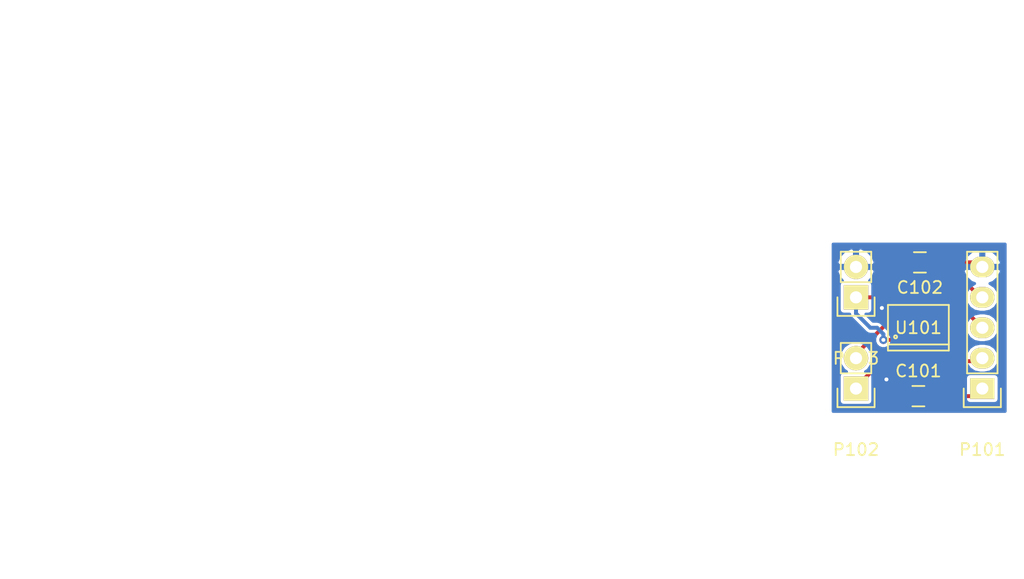
<source format=kicad_pcb>
(kicad_pcb (version 4) (host pcbnew 4.0.2+e4-6225~38~ubuntu16.04.1-stable)

  (general
    (links 13)
    (no_connects 13)
    (area 0 0 0 0)
    (thickness 1.6)
    (drawings 17)
    (tracks 42)
    (zones 0)
    (modules 6)
    (nets 9)
  )

  (page A4)
  (title_block
    (title "Project Title")
  )

  (layers
    (0 F.Cu signal)
    (31 B.Cu signal)
    (34 B.Paste user)
    (35 F.Paste user)
    (36 B.SilkS user)
    (37 F.SilkS user)
    (38 B.Mask user)
    (39 F.Mask user)
    (44 Edge.Cuts user)
    (46 B.CrtYd user)
    (47 F.CrtYd user)
    (48 B.Fab user)
    (49 F.Fab user)
  )

  (setup
    (last_trace_width 0.3302)
    (user_trace_width 0.1524)
    (user_trace_width 0.254)
    (user_trace_width 0.3302)
    (user_trace_width 0.508)
    (user_trace_width 0.762)
    (user_trace_width 1.27)
    (trace_clearance 0.254)
    (zone_clearance 0.1524)
    (zone_45_only no)
    (trace_min 0.1524)
    (segment_width 0.2)
    (edge_width 0.15)
    (via_size 0.6858)
    (via_drill 0.3302)
    (via_min_size 0.6858)
    (via_min_drill 0.3302)
    (user_via 0.6858 0.3302)
    (user_via 0.762 0.4064)
    (user_via 0.8636 0.508)
    (uvia_size 0.6858)
    (uvia_drill 0.3302)
    (uvias_allowed no)
    (uvia_min_size 0)
    (uvia_min_drill 0)
    (pcb_text_width 0.3)
    (pcb_text_size 1.5 1.5)
    (mod_edge_width 0.15)
    (mod_text_size 1 1)
    (mod_text_width 0.15)
    (pad_size 1.524 1.524)
    (pad_drill 0.762)
    (pad_to_mask_clearance 0.2)
    (aux_axis_origin 0 0)
    (visible_elements FFFEDF7D)
    (pcbplotparams
      (layerselection 0x000fc_80000001)
      (usegerberextensions true)
      (excludeedgelayer true)
      (linewidth 0.100000)
      (plotframeref false)
      (viasonmask false)
      (mode 1)
      (useauxorigin false)
      (hpglpennumber 1)
      (hpglpenspeed 20)
      (hpglpendiameter 15)
      (hpglpenoverlay 2)
      (psnegative false)
      (psa4output false)
      (plotreference true)
      (plotvalue true)
      (plotinvisibletext false)
      (padsonsilk false)
      (subtractmaskfromsilk false)
      (outputformat 1)
      (mirror false)
      (drillshape 0)
      (scaleselection 1)
      (outputdirectory ""))
  )

  (net 0 "")
  (net 1 GND)
  (net 2 Vdd)
  (net 3 "Net-(C102-Pad2)")
  (net 4 "Net-(P101-Pad2)")
  (net 5 "Net-(P101-Pad3)")
  (net 6 "Net-(P102-Pad1)")
  (net 7 "Net-(P102-Pad2)")
  (net 8 "Net-(P101-Pad4)")

  (net_class Default "This is the default net class."
    (clearance 0.254)
    (trace_width 0.254)
    (via_dia 0.6858)
    (via_drill 0.3302)
    (uvia_dia 0.6858)
    (uvia_drill 0.3302)
    (add_net GND)
    (add_net "Net-(C102-Pad2)")
    (add_net "Net-(P101-Pad2)")
    (add_net "Net-(P101-Pad3)")
    (add_net "Net-(P101-Pad4)")
    (add_net "Net-(P102-Pad1)")
    (add_net "Net-(P102-Pad2)")
    (add_net Vdd)
  )

  (module Capacitors_SMD:C_0805_HandSoldering (layer F.Cu) (tedit 541A9B8D) (tstamp 57A53EA0)
    (at 181.229 107.95)
    (descr "Capacitor SMD 0805, hand soldering")
    (tags "capacitor 0805")
    (path /57A553D3)
    (attr smd)
    (fp_text reference C101 (at 0 -2.1) (layer F.SilkS)
      (effects (font (size 1 1) (thickness 0.15)))
    )
    (fp_text value 1uf (at 0 2.1) (layer F.Fab)
      (effects (font (size 1 1) (thickness 0.15)))
    )
    (fp_line (start -2.3 -1) (end 2.3 -1) (layer F.CrtYd) (width 0.05))
    (fp_line (start -2.3 1) (end 2.3 1) (layer F.CrtYd) (width 0.05))
    (fp_line (start -2.3 -1) (end -2.3 1) (layer F.CrtYd) (width 0.05))
    (fp_line (start 2.3 -1) (end 2.3 1) (layer F.CrtYd) (width 0.05))
    (fp_line (start 0.5 -0.85) (end -0.5 -0.85) (layer F.SilkS) (width 0.15))
    (fp_line (start -0.5 0.85) (end 0.5 0.85) (layer F.SilkS) (width 0.15))
    (pad 1 smd rect (at -1.25 0) (size 1.5 1.25) (layers F.Cu F.Paste F.Mask)
      (net 1 GND))
    (pad 2 smd rect (at 1.25 0) (size 1.5 1.25) (layers F.Cu F.Paste F.Mask)
      (net 2 Vdd))
    (model Capacitors_SMD.3dshapes/C_0805_HandSoldering.wrl
      (at (xyz 0 0 0))
      (scale (xyz 1 1 1))
      (rotate (xyz 0 0 0))
    )
  )

  (module Capacitors_SMD:C_0805_HandSoldering (layer F.Cu) (tedit 541A9B8D) (tstamp 57A53EA6)
    (at 181.356 96.774 180)
    (descr "Capacitor SMD 0805, hand soldering")
    (tags "capacitor 0805")
    (path /57A54758)
    (attr smd)
    (fp_text reference C102 (at 0 -2.1 180) (layer F.SilkS)
      (effects (font (size 1 1) (thickness 0.15)))
    )
    (fp_text value 10uf (at 0 2.1 180) (layer F.Fab)
      (effects (font (size 1 1) (thickness 0.15)))
    )
    (fp_line (start -2.3 -1) (end 2.3 -1) (layer F.CrtYd) (width 0.05))
    (fp_line (start -2.3 1) (end 2.3 1) (layer F.CrtYd) (width 0.05))
    (fp_line (start -2.3 -1) (end -2.3 1) (layer F.CrtYd) (width 0.05))
    (fp_line (start 2.3 -1) (end 2.3 1) (layer F.CrtYd) (width 0.05))
    (fp_line (start 0.5 -0.85) (end -0.5 -0.85) (layer F.SilkS) (width 0.15))
    (fp_line (start -0.5 0.85) (end 0.5 0.85) (layer F.SilkS) (width 0.15))
    (pad 1 smd rect (at -1.25 0 180) (size 1.5 1.25) (layers F.Cu F.Paste F.Mask)
      (net 1 GND))
    (pad 2 smd rect (at 1.25 0 180) (size 1.5 1.25) (layers F.Cu F.Paste F.Mask)
      (net 3 "Net-(C102-Pad2)"))
    (model Capacitors_SMD.3dshapes/C_0805_HandSoldering.wrl
      (at (xyz 0 0 0))
      (scale (xyz 1 1 1))
      (rotate (xyz 0 0 0))
    )
  )

  (module Pin_Headers:Pin_Header_Straight_1x05 (layer F.Cu) (tedit 54EA0684) (tstamp 57A53EEB)
    (at 186.563 107.315 180)
    (descr "Through hole pin header")
    (tags "pin header")
    (path /57A54327)
    (fp_text reference P101 (at 0 -5.1 180) (layer F.SilkS)
      (effects (font (size 1 1) (thickness 0.15)))
    )
    (fp_text value CONTROL (at 0 -3.1 180) (layer F.Fab)
      (effects (font (size 1 1) (thickness 0.15)))
    )
    (fp_line (start -1.55 0) (end -1.55 -1.55) (layer F.SilkS) (width 0.15))
    (fp_line (start -1.55 -1.55) (end 1.55 -1.55) (layer F.SilkS) (width 0.15))
    (fp_line (start 1.55 -1.55) (end 1.55 0) (layer F.SilkS) (width 0.15))
    (fp_line (start -1.75 -1.75) (end -1.75 11.95) (layer F.CrtYd) (width 0.05))
    (fp_line (start 1.75 -1.75) (end 1.75 11.95) (layer F.CrtYd) (width 0.05))
    (fp_line (start -1.75 -1.75) (end 1.75 -1.75) (layer F.CrtYd) (width 0.05))
    (fp_line (start -1.75 11.95) (end 1.75 11.95) (layer F.CrtYd) (width 0.05))
    (fp_line (start 1.27 1.27) (end 1.27 11.43) (layer F.SilkS) (width 0.15))
    (fp_line (start 1.27 11.43) (end -1.27 11.43) (layer F.SilkS) (width 0.15))
    (fp_line (start -1.27 11.43) (end -1.27 1.27) (layer F.SilkS) (width 0.15))
    (fp_line (start 1.27 1.27) (end -1.27 1.27) (layer F.SilkS) (width 0.15))
    (pad 1 thru_hole rect (at 0 0 180) (size 2.032 1.7272) (drill 1.016) (layers *.Cu *.Mask F.SilkS)
      (net 2 Vdd))
    (pad 2 thru_hole oval (at 0 2.54 180) (size 2.032 1.7272) (drill 1.016) (layers *.Cu *.Mask F.SilkS)
      (net 4 "Net-(P101-Pad2)"))
    (pad 3 thru_hole oval (at 0 5.08 180) (size 2.032 1.7272) (drill 1.016) (layers *.Cu *.Mask F.SilkS)
      (net 5 "Net-(P101-Pad3)"))
    (pad 4 thru_hole oval (at 0 7.62 180) (size 2.032 1.7272) (drill 1.016) (layers *.Cu *.Mask F.SilkS)
      (net 8 "Net-(P101-Pad4)"))
    (pad 5 thru_hole oval (at 0 10.16 180) (size 2.032 1.7272) (drill 1.016) (layers *.Cu *.Mask F.SilkS)
      (net 1 GND))
    (model Pin_Headers.3dshapes/Pin_Header_Straight_1x05.wrl
      (at (xyz 0 -0.2 0))
      (scale (xyz 1 1 1))
      (rotate (xyz 0 0 90))
    )
  )

  (module Pin_Headers:Pin_Header_Straight_1x02 (layer F.Cu) (tedit 54EA090C) (tstamp 57A53EF1)
    (at 176.022 107.315 180)
    (descr "Through hole pin header")
    (tags "pin header")
    (path /57A5444B)
    (fp_text reference P102 (at 0 -5.1 180) (layer F.SilkS)
      (effects (font (size 1 1) (thickness 0.15)))
    )
    (fp_text value MOT (at 0 -3.1 180) (layer F.Fab)
      (effects (font (size 1 1) (thickness 0.15)))
    )
    (fp_line (start 1.27 1.27) (end 1.27 3.81) (layer F.SilkS) (width 0.15))
    (fp_line (start 1.55 -1.55) (end 1.55 0) (layer F.SilkS) (width 0.15))
    (fp_line (start -1.75 -1.75) (end -1.75 4.3) (layer F.CrtYd) (width 0.05))
    (fp_line (start 1.75 -1.75) (end 1.75 4.3) (layer F.CrtYd) (width 0.05))
    (fp_line (start -1.75 -1.75) (end 1.75 -1.75) (layer F.CrtYd) (width 0.05))
    (fp_line (start -1.75 4.3) (end 1.75 4.3) (layer F.CrtYd) (width 0.05))
    (fp_line (start 1.27 1.27) (end -1.27 1.27) (layer F.SilkS) (width 0.15))
    (fp_line (start -1.55 0) (end -1.55 -1.55) (layer F.SilkS) (width 0.15))
    (fp_line (start -1.55 -1.55) (end 1.55 -1.55) (layer F.SilkS) (width 0.15))
    (fp_line (start -1.27 1.27) (end -1.27 3.81) (layer F.SilkS) (width 0.15))
    (fp_line (start -1.27 3.81) (end 1.27 3.81) (layer F.SilkS) (width 0.15))
    (pad 1 thru_hole rect (at 0 0 180) (size 2.032 2.032) (drill 1.016) (layers *.Cu *.Mask F.SilkS)
      (net 6 "Net-(P102-Pad1)"))
    (pad 2 thru_hole oval (at 0 2.54 180) (size 2.032 2.032) (drill 1.016) (layers *.Cu *.Mask F.SilkS)
      (net 7 "Net-(P102-Pad2)"))
    (model Pin_Headers.3dshapes/Pin_Header_Straight_1x02.wrl
      (at (xyz 0 -0.05 0))
      (scale (xyz 1 1 1))
      (rotate (xyz 0 0 90))
    )
  )

  (module Pin_Headers:Pin_Header_Straight_1x02 (layer F.Cu) (tedit 54EA090C) (tstamp 57A53EF7)
    (at 176.022 99.695 180)
    (descr "Through hole pin header")
    (tags "pin header")
    (path /57A543BC)
    (fp_text reference P103 (at 0 -5.1 360) (layer F.SilkS)
      (effects (font (size 1 1) (thickness 0.15)))
    )
    (fp_text value Vm (at 0 -3.1 180) (layer F.Fab)
      (effects (font (size 1 1) (thickness 0.15)))
    )
    (fp_line (start 1.27 1.27) (end 1.27 3.81) (layer F.SilkS) (width 0.15))
    (fp_line (start 1.55 -1.55) (end 1.55 0) (layer F.SilkS) (width 0.15))
    (fp_line (start -1.75 -1.75) (end -1.75 4.3) (layer F.CrtYd) (width 0.05))
    (fp_line (start 1.75 -1.75) (end 1.75 4.3) (layer F.CrtYd) (width 0.05))
    (fp_line (start -1.75 -1.75) (end 1.75 -1.75) (layer F.CrtYd) (width 0.05))
    (fp_line (start -1.75 4.3) (end 1.75 4.3) (layer F.CrtYd) (width 0.05))
    (fp_line (start 1.27 1.27) (end -1.27 1.27) (layer F.SilkS) (width 0.15))
    (fp_line (start -1.55 0) (end -1.55 -1.55) (layer F.SilkS) (width 0.15))
    (fp_line (start -1.55 -1.55) (end 1.55 -1.55) (layer F.SilkS) (width 0.15))
    (fp_line (start -1.27 1.27) (end -1.27 3.81) (layer F.SilkS) (width 0.15))
    (fp_line (start -1.27 3.81) (end 1.27 3.81) (layer F.SilkS) (width 0.15))
    (pad 1 thru_hole rect (at 0 0 180) (size 2.032 2.032) (drill 1.016) (layers *.Cu *.Mask F.SilkS)
      (net 3 "Net-(C102-Pad2)"))
    (pad 2 thru_hole oval (at 0 2.54 180) (size 2.032 2.032) (drill 1.016) (layers *.Cu *.Mask F.SilkS)
      (net 1 GND))
    (model Pin_Headers.3dshapes/Pin_Header_Straight_1x02.wrl
      (at (xyz 0 -0.05 0))
      (scale (xyz 1 1 1))
      (rotate (xyz 0 0 90))
    )
  )

  (module Power_Integrations:SO-8 (layer F.Cu) (tedit 0) (tstamp 57A53F03)
    (at 181.229 102.235)
    (descr "SO-8 Surface Mount Small Outline 150mil 8pin Package")
    (tags "Power Integrations D Package")
    (path /57A53EF4)
    (fp_text reference U101 (at 0 0) (layer F.SilkS)
      (effects (font (size 1 1) (thickness 0.15)))
    )
    (fp_text value ZXBM5210 (at 0 0) (layer F.Fab)
      (effects (font (size 1 1) (thickness 0.15)))
    )
    (fp_circle (center -1.905 0.762) (end -1.778 0.762) (layer F.SilkS) (width 0.15))
    (fp_line (start -2.54 1.397) (end 2.54 1.397) (layer F.SilkS) (width 0.15))
    (fp_line (start -2.54 -1.905) (end 2.54 -1.905) (layer F.SilkS) (width 0.15))
    (fp_line (start -2.54 1.905) (end 2.54 1.905) (layer F.SilkS) (width 0.15))
    (fp_line (start -2.54 1.905) (end -2.54 -1.905) (layer F.SilkS) (width 0.15))
    (fp_line (start 2.54 1.905) (end 2.54 -1.905) (layer F.SilkS) (width 0.15))
    (pad 1 smd oval (at -1.905 2.794) (size 0.6096 1.4732) (layers F.Cu F.Paste F.Mask)
      (net 6 "Net-(P102-Pad1)"))
    (pad 2 smd oval (at -0.635 2.794) (size 0.6096 1.4732) (layers F.Cu F.Paste F.Mask)
      (net 3 "Net-(C102-Pad2)"))
    (pad 3 smd oval (at 0.635 2.794) (size 0.6096 1.4732) (layers F.Cu F.Paste F.Mask)
      (net 2 Vdd))
    (pad 4 smd oval (at 1.905 2.794) (size 0.6096 1.4732) (layers F.Cu F.Paste F.Mask)
      (net 4 "Net-(P101-Pad2)"))
    (pad 5 smd oval (at 1.905 -2.794) (size 0.6096 1.4732) (layers F.Cu F.Paste F.Mask)
      (net 5 "Net-(P101-Pad3)"))
    (pad 6 smd oval (at 0.635 -2.794) (size 0.6096 1.4732) (layers F.Cu F.Paste F.Mask)
      (net 8 "Net-(P101-Pad4)"))
    (pad 7 smd oval (at -0.635 -2.794) (size 0.6096 1.4732) (layers F.Cu F.Paste F.Mask)
      (net 7 "Net-(P102-Pad2)"))
    (pad 8 smd oval (at -1.905 -2.794) (size 0.6096 1.4732) (layers F.Cu F.Paste F.Mask)
      (net 1 GND))
  )

  (gr_circle (center 117.348 76.962) (end 118.618 76.962) (layer Dwgs.User) (width 0.15))
  (gr_line (start 114.427 78.994) (end 114.427 74.93) (angle 90) (layer Dwgs.User) (width 0.15))
  (gr_line (start 120.269 78.994) (end 114.427 78.994) (angle 90) (layer Dwgs.User) (width 0.15))
  (gr_line (start 120.269 74.93) (end 120.269 78.994) (angle 90) (layer Dwgs.User) (width 0.15))
  (gr_line (start 114.427 74.93) (end 120.269 74.93) (angle 90) (layer Dwgs.User) (width 0.15))
  (gr_line (start 120.523 93.98) (end 104.648 93.98) (angle 90) (layer Dwgs.User) (width 0.15))
  (gr_line (start 173.355 102.235) (end 173.355 94.615) (angle 90) (layer Dwgs.User) (width 0.15))
  (gr_line (start 178.435 102.235) (end 173.355 102.235) (angle 90) (layer Dwgs.User) (width 0.15))
  (gr_line (start 178.435 94.615) (end 178.435 102.235) (angle 90) (layer Dwgs.User) (width 0.15))
  (gr_line (start 173.355 94.615) (end 178.435 94.615) (angle 90) (layer Dwgs.User) (width 0.15))
  (gr_line (start 109.093 123.19) (end 109.093 114.3) (angle 90) (layer Dwgs.User) (width 0.15))
  (gr_line (start 122.428 123.19) (end 109.093 123.19) (angle 90) (layer Dwgs.User) (width 0.15))
  (gr_line (start 122.428 114.3) (end 122.428 123.19) (angle 90) (layer Dwgs.User) (width 0.15))
  (gr_line (start 109.093 114.3) (end 122.428 114.3) (angle 90) (layer Dwgs.User) (width 0.15))
  (gr_line (start 104.648 93.98) (end 104.648 82.55) (angle 90) (layer Dwgs.User) (width 0.15))
  (gr_line (start 120.523 82.55) (end 120.523 93.98) (angle 90) (layer Dwgs.User) (width 0.15))
  (gr_line (start 104.648 82.55) (end 120.523 82.55) (angle 90) (layer Dwgs.User) (width 0.15))

  (segment (start 179.324 99.441) (end 178.181 100.584) (width 0.3302) (layer F.Cu) (net 1))
  (via (at 178.181 100.584) (size 0.6858) (drill 0.3302) (layers F.Cu B.Cu) (net 1))
  (segment (start 179.979 107.95) (end 179.959 107.95) (width 0.3302) (layer F.Cu) (net 1))
  (segment (start 179.959 107.95) (end 178.562 106.553) (width 0.3302) (layer F.Cu) (net 1))
  (via (at 178.562 106.553) (size 0.6858) (drill 0.3302) (layers F.Cu B.Cu) (net 1))
  (segment (start 182.606 96.774) (end 186.182 96.774) (width 0.3302) (layer F.Cu) (net 1))
  (segment (start 186.182 96.774) (end 186.563 97.155) (width 0.3302) (layer F.Cu) (net 1))
  (segment (start 179.324 99.441) (end 179.324 99.0092) (width 0.3302) (layer F.Cu) (net 1))
  (segment (start 179.324 99.0092) (end 180.515099 97.818101) (width 0.3302) (layer F.Cu) (net 1))
  (segment (start 180.515099 97.818101) (end 181.436899 97.818101) (width 0.3302) (layer F.Cu) (net 1))
  (segment (start 181.436899 97.818101) (end 182.481 96.774) (width 0.3302) (layer F.Cu) (net 1))
  (segment (start 182.481 96.774) (end 182.606 96.774) (width 0.3302) (layer F.Cu) (net 1))
  (segment (start 182.479 107.95) (end 185.928 107.95) (width 0.3302) (layer F.Cu) (net 2))
  (segment (start 185.928 107.95) (end 186.563 107.315) (width 0.3302) (layer F.Cu) (net 2))
  (segment (start 182.479 107.95) (end 181.864 107.335) (width 0.3302) (layer F.Cu) (net 2))
  (segment (start 181.864 107.335) (end 181.864 105.029) (width 0.3302) (layer F.Cu) (net 2))
  (segment (start 177.776933 102.235) (end 177.2158 102.235) (width 0.3302) (layer B.Cu) (net 3))
  (segment (start 177.2158 102.235) (end 176.022 101.0412) (width 0.3302) (layer B.Cu) (net 3))
  (segment (start 176.022 101.0412) (end 176.022 99.695) (width 0.3302) (layer B.Cu) (net 3))
  (segment (start 178.308 103.251) (end 178.308 102.766067) (width 0.3302) (layer B.Cu) (net 3))
  (segment (start 178.308 102.766067) (end 177.776933 102.235) (width 0.3302) (layer B.Cu) (net 3))
  (segment (start 180.594 105.029) (end 180.594 104.5972) (width 0.3302) (layer F.Cu) (net 3))
  (segment (start 180.594 104.5972) (end 179.2478 103.251) (width 0.3302) (layer F.Cu) (net 3))
  (segment (start 179.2478 103.251) (end 178.308 103.251) (width 0.3302) (layer F.Cu) (net 3))
  (via (at 178.308 103.251) (size 0.6858) (drill 0.3302) (layers F.Cu B.Cu) (net 3))
  (segment (start 176.022 99.695) (end 177.3682 99.695) (width 0.3302) (layer F.Cu) (net 3))
  (segment (start 177.3682 99.695) (end 180.106 96.9572) (width 0.3302) (layer F.Cu) (net 3))
  (segment (start 180.106 96.9572) (end 180.106 96.774) (width 0.3302) (layer F.Cu) (net 3))
  (segment (start 183.134 105.029) (end 186.309 105.029) (width 0.3302) (layer F.Cu) (net 4))
  (segment (start 186.309 105.029) (end 186.563 104.775) (width 0.3302) (layer F.Cu) (net 4))
  (segment (start 183.134 99.441) (end 183.769 99.441) (width 0.3302) (layer F.Cu) (net 5))
  (segment (start 183.769 99.441) (end 186.563 102.235) (width 0.3302) (layer F.Cu) (net 5))
  (segment (start 179.324 105.029) (end 178.181 105.029) (width 0.3302) (layer F.Cu) (net 6))
  (segment (start 178.181 105.029) (end 176.022 107.188) (width 0.3302) (layer F.Cu) (net 6))
  (segment (start 180.594 99.441) (end 180.594 99.8728) (width 0.3302) (layer F.Cu) (net 7))
  (segment (start 180.594 99.8728) (end 176.022 104.4448) (width 0.3302) (layer F.Cu) (net 7))
  (segment (start 176.022 104.4448) (end 176.022 104.648) (width 0.3302) (layer F.Cu) (net 7))
  (segment (start 181.864 99.441) (end 181.864 99.0092) (width 0.3302) (layer F.Cu) (net 8))
  (segment (start 181.864 99.0092) (end 182.58791 98.28529) (width 0.3302) (layer F.Cu) (net 8))
  (segment (start 182.58791 98.28529) (end 185.00089 98.28529) (width 0.3302) (layer F.Cu) (net 8))
  (segment (start 185.00089 98.28529) (end 186.4106 99.695) (width 0.3302) (layer F.Cu) (net 8))
  (segment (start 186.4106 99.695) (end 186.563 99.695) (width 0.3302) (layer F.Cu) (net 8))

  (zone (net 1) (net_name GND) (layer B.Cu) (tstamp 0) (hatch edge 0.508)
    (connect_pads (clearance 0.1524))
    (min_thickness 0.254)
    (fill yes (arc_segments 16) (thermal_gap 0.508) (thermal_bridge_width 0.508))
    (polygon
      (pts
        (xy 173.99 95.123) (xy 188.595 95.123) (xy 188.595 109.347) (xy 173.99 109.347)
      )
    )
    (filled_polygon
      (pts
        (xy 188.468 109.22) (xy 174.117 109.22) (xy 174.117 104.775) (xy 174.597631 104.775) (xy 174.703971 105.309609)
        (xy 175.006803 105.762828) (xy 175.227863 105.910536) (xy 175.006 105.910536) (xy 174.86481 105.937103) (xy 174.735135 106.020546)
        (xy 174.648141 106.147866) (xy 174.617536 106.299) (xy 174.617536 108.331) (xy 174.644103 108.47219) (xy 174.727546 108.601865)
        (xy 174.854866 108.688859) (xy 175.006 108.719464) (xy 177.038 108.719464) (xy 177.17919 108.692897) (xy 177.308865 108.609454)
        (xy 177.395859 108.482134) (xy 177.426464 108.331) (xy 177.426464 106.4514) (xy 185.158536 106.4514) (xy 185.158536 108.1786)
        (xy 185.185103 108.31979) (xy 185.268546 108.449465) (xy 185.395866 108.536459) (xy 185.547 108.567064) (xy 187.579 108.567064)
        (xy 187.72019 108.540497) (xy 187.849865 108.457054) (xy 187.936859 108.329734) (xy 187.967464 108.1786) (xy 187.967464 106.4514)
        (xy 187.940897 106.31021) (xy 187.857454 106.180535) (xy 187.730134 106.093541) (xy 187.579 106.062936) (xy 185.547 106.062936)
        (xy 185.40581 106.089503) (xy 185.276135 106.172946) (xy 185.189141 106.300266) (xy 185.158536 106.4514) (xy 177.426464 106.4514)
        (xy 177.426464 106.299) (xy 177.399897 106.15781) (xy 177.316454 106.028135) (xy 177.189134 105.941141) (xy 177.038 105.910536)
        (xy 176.816137 105.910536) (xy 177.037197 105.762828) (xy 177.340029 105.309609) (xy 177.446369 104.775) (xy 185.138631 104.775)
        (xy 185.233371 105.251288) (xy 185.503166 105.655065) (xy 185.906943 105.92486) (xy 186.383231 106.0196) (xy 186.742769 106.0196)
        (xy 187.219057 105.92486) (xy 187.622834 105.655065) (xy 187.892629 105.251288) (xy 187.987369 104.775) (xy 187.892629 104.298712)
        (xy 187.622834 103.894935) (xy 187.219057 103.62514) (xy 186.742769 103.5304) (xy 186.383231 103.5304) (xy 185.906943 103.62514)
        (xy 185.503166 103.894935) (xy 185.233371 104.298712) (xy 185.138631 104.775) (xy 177.446369 104.775) (xy 177.340029 104.240391)
        (xy 177.037197 103.787172) (xy 176.583978 103.48434) (xy 176.049369 103.378) (xy 175.994631 103.378) (xy 175.460022 103.48434)
        (xy 175.006803 103.787172) (xy 174.703971 104.240391) (xy 174.597631 104.775) (xy 174.117 104.775) (xy 174.117 97.537944)
        (xy 174.416025 97.537944) (xy 174.615615 98.019818) (xy 174.887342 98.312863) (xy 174.86481 98.317103) (xy 174.735135 98.400546)
        (xy 174.648141 98.527866) (xy 174.617536 98.679) (xy 174.617536 100.711) (xy 174.644103 100.85219) (xy 174.727546 100.981865)
        (xy 174.854866 101.068859) (xy 175.006 101.099464) (xy 175.487489 101.099464) (xy 175.517469 101.250184) (xy 175.635849 101.427351)
        (xy 176.829649 102.621151) (xy 177.006817 102.739531) (xy 177.2158 102.7811) (xy 177.550731 102.7811) (xy 177.669835 102.900204)
        (xy 177.584226 103.106376) (xy 177.583975 103.394361) (xy 177.69395 103.660521) (xy 177.897408 103.864335) (xy 178.163376 103.974774)
        (xy 178.451361 103.975025) (xy 178.717521 103.86505) (xy 178.921335 103.661592) (xy 179.031774 103.395624) (xy 179.032025 103.107639)
        (xy 178.92205 102.841479) (xy 178.8541 102.77341) (xy 178.8541 102.766067) (xy 178.812531 102.557084) (xy 178.694151 102.379916)
        (xy 178.549235 102.235) (xy 185.138631 102.235) (xy 185.233371 102.711288) (xy 185.503166 103.115065) (xy 185.906943 103.38486)
        (xy 186.383231 103.4796) (xy 186.742769 103.4796) (xy 187.219057 103.38486) (xy 187.622834 103.115065) (xy 187.892629 102.711288)
        (xy 187.987369 102.235) (xy 187.892629 101.758712) (xy 187.622834 101.354935) (xy 187.219057 101.08514) (xy 186.742769 100.9904)
        (xy 186.383231 100.9904) (xy 185.906943 101.08514) (xy 185.503166 101.354935) (xy 185.233371 101.758712) (xy 185.138631 102.235)
        (xy 178.549235 102.235) (xy 178.163084 101.848849) (xy 177.985917 101.730469) (xy 177.776933 101.6889) (xy 177.442002 101.6889)
        (xy 176.852566 101.099464) (xy 177.038 101.099464) (xy 177.17919 101.072897) (xy 177.308865 100.989454) (xy 177.395859 100.862134)
        (xy 177.426464 100.711) (xy 177.426464 98.679) (xy 177.399897 98.53781) (xy 177.316454 98.408135) (xy 177.189134 98.321141)
        (xy 177.15533 98.314296) (xy 177.428385 98.019818) (xy 177.627975 97.537944) (xy 177.616842 97.514026) (xy 184.955642 97.514026)
        (xy 184.958291 97.529791) (xy 185.212268 98.057036) (xy 185.64868 98.446954) (xy 185.921243 98.542296) (xy 185.906943 98.54514)
        (xy 185.503166 98.814935) (xy 185.233371 99.218712) (xy 185.138631 99.695) (xy 185.233371 100.171288) (xy 185.503166 100.575065)
        (xy 185.906943 100.84486) (xy 186.383231 100.9396) (xy 186.742769 100.9396) (xy 187.219057 100.84486) (xy 187.622834 100.575065)
        (xy 187.892629 100.171288) (xy 187.987369 99.695) (xy 187.892629 99.218712) (xy 187.622834 98.814935) (xy 187.219057 98.54514)
        (xy 187.204757 98.542296) (xy 187.47732 98.446954) (xy 187.913732 98.057036) (xy 188.167709 97.529791) (xy 188.170358 97.514026)
        (xy 188.049217 97.282) (xy 186.69 97.282) (xy 186.69 97.302) (xy 186.436 97.302) (xy 186.436 97.282)
        (xy 185.076783 97.282) (xy 184.955642 97.514026) (xy 177.616842 97.514026) (xy 177.508836 97.282) (xy 176.149 97.282)
        (xy 176.149 97.302) (xy 175.895 97.302) (xy 175.895 97.282) (xy 174.535164 97.282) (xy 174.416025 97.537944)
        (xy 174.117 97.537944) (xy 174.117 96.772056) (xy 174.416025 96.772056) (xy 174.535164 97.028) (xy 175.895 97.028)
        (xy 175.895 95.667633) (xy 176.149 95.667633) (xy 176.149 97.028) (xy 177.508836 97.028) (xy 177.616841 96.795974)
        (xy 184.955642 96.795974) (xy 185.076783 97.028) (xy 186.436 97.028) (xy 186.436 95.814076) (xy 186.69 95.814076)
        (xy 186.69 97.028) (xy 188.049217 97.028) (xy 188.170358 96.795974) (xy 188.167709 96.780209) (xy 187.913732 96.252964)
        (xy 187.47732 95.863046) (xy 186.924913 95.669816) (xy 186.69 95.814076) (xy 186.436 95.814076) (xy 186.201087 95.669816)
        (xy 185.64868 95.863046) (xy 185.212268 96.252964) (xy 184.958291 96.780209) (xy 184.955642 96.795974) (xy 177.616841 96.795974)
        (xy 177.627975 96.772056) (xy 177.428385 96.290182) (xy 176.990379 95.817812) (xy 176.404946 95.549017) (xy 176.149 95.667633)
        (xy 175.895 95.667633) (xy 175.639054 95.549017) (xy 175.053621 95.817812) (xy 174.615615 96.290182) (xy 174.416025 96.772056)
        (xy 174.117 96.772056) (xy 174.117 95.25) (xy 188.468 95.25)
      )
    )
  )
)

</source>
